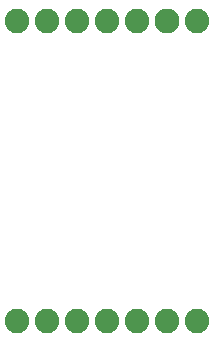
<source format=gbr>
G04 EAGLE Gerber RS-274X export*
G75*
%MOMM*%
%FSLAX34Y34*%
%LPD*%
%INSoldermask Bottom*%
%IPPOS*%
%AMOC8*
5,1,8,0,0,1.08239X$1,22.5*%
G01*
%ADD10C,2.108200*%
%ADD11C,2.082800*%


D10*
X139700Y266700D03*
D11*
X114300Y266700D03*
X88900Y266700D03*
X114300Y12700D03*
X88900Y12700D03*
X63500Y12700D03*
X38100Y12700D03*
X12700Y12700D03*
X165100Y12700D03*
X139700Y12700D03*
X12700Y266700D03*
X38100Y266700D03*
X63500Y266700D03*
X165100Y266700D03*
M02*

</source>
